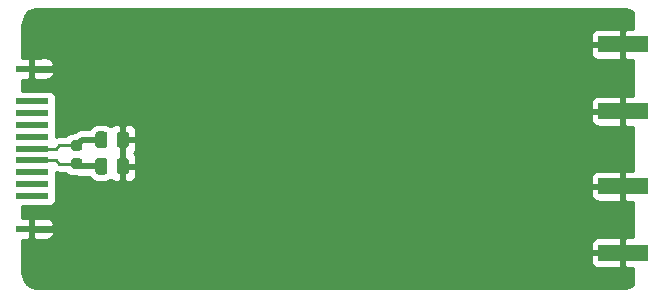
<source format=gbr>
%TF.GenerationSoftware,KiCad,Pcbnew,5.1.10-1.fc33*%
%TF.CreationDate,2021-10-10T15:03:15-05:00*%
%TF.ProjectId,serdes-rf-hdmi,73657264-6573-42d7-9266-2d68646d692e,B*%
%TF.SameCoordinates,Original*%
%TF.FileFunction,Copper,L4,Bot*%
%TF.FilePolarity,Positive*%
%FSLAX46Y46*%
G04 Gerber Fmt 4.6, Leading zero omitted, Abs format (unit mm)*
G04 Created by KiCad (PCBNEW 5.1.10-1.fc33) date 2021-10-10 15:03:15*
%MOMM*%
%LPD*%
G01*
G04 APERTURE LIST*
%TA.AperFunction,SMDPad,CuDef*%
%ADD10R,4.200000X1.350000*%
%TD*%
%TA.AperFunction,SMDPad,CuDef*%
%ADD11R,2.600000X0.600000*%
%TD*%
%TA.AperFunction,SMDPad,CuDef*%
%ADD12R,2.800000X0.500000*%
%TD*%
%TA.AperFunction,ViaPad*%
%ADD13C,0.800000*%
%TD*%
%TA.AperFunction,Conductor*%
%ADD14C,0.500000*%
%TD*%
%TA.AperFunction,Conductor*%
%ADD15C,0.250000*%
%TD*%
%TA.AperFunction,Conductor*%
%ADD16C,0.610000*%
%TD*%
%TA.AperFunction,Conductor*%
%ADD17C,0.254000*%
%TD*%
%TA.AperFunction,Conductor*%
%ADD18C,0.100000*%
%TD*%
G04 APERTURE END LIST*
%TO.P,C1,2*%
%TO.N,Net-(C1-Pad2)*%
%TA.AperFunction,SMDPad,CuDef*%
G36*
G01*
X123500000Y-85825000D02*
X124000000Y-85825000D01*
G75*
G02*
X124225000Y-86050000I0J-225000D01*
G01*
X124225000Y-86500000D01*
G75*
G02*
X124000000Y-86725000I-225000J0D01*
G01*
X123500000Y-86725000D01*
G75*
G02*
X123275000Y-86500000I0J225000D01*
G01*
X123275000Y-86050000D01*
G75*
G02*
X123500000Y-85825000I225000J0D01*
G01*
G37*
%TD.AperFunction*%
%TO.P,C1,1*%
%TO.N,Net-(C1-Pad1)*%
%TA.AperFunction,SMDPad,CuDef*%
G36*
G01*
X123500000Y-84275000D02*
X124000000Y-84275000D01*
G75*
G02*
X124225000Y-84500000I0J-225000D01*
G01*
X124225000Y-84950000D01*
G75*
G02*
X124000000Y-85175000I-225000J0D01*
G01*
X123500000Y-85175000D01*
G75*
G02*
X123275000Y-84950000I0J225000D01*
G01*
X123275000Y-84500000D01*
G75*
G02*
X123500000Y-84275000I225000J0D01*
G01*
G37*
%TD.AperFunction*%
%TD*%
D10*
%TO.P,J2,2*%
%TO.N,GND*%
X170000000Y-88175000D03*
X170000000Y-93825000D03*
%TD*%
%TO.P,R2,2*%
%TO.N,Net-(C1-Pad2)*%
%TA.AperFunction,SMDPad,CuDef*%
G36*
G01*
X126350000Y-86049998D02*
X126350000Y-86950002D01*
G75*
G02*
X126100002Y-87200000I-249998J0D01*
G01*
X125574998Y-87200000D01*
G75*
G02*
X125325000Y-86950002I0J249998D01*
G01*
X125325000Y-86049998D01*
G75*
G02*
X125574998Y-85800000I249998J0D01*
G01*
X126100002Y-85800000D01*
G75*
G02*
X126350000Y-86049998I0J-249998D01*
G01*
G37*
%TD.AperFunction*%
%TO.P,R2,1*%
%TO.N,GND*%
%TA.AperFunction,SMDPad,CuDef*%
G36*
G01*
X128175000Y-86049998D02*
X128175000Y-86950002D01*
G75*
G02*
X127925002Y-87200000I-249998J0D01*
G01*
X127399998Y-87200000D01*
G75*
G02*
X127150000Y-86950002I0J249998D01*
G01*
X127150000Y-86049998D01*
G75*
G02*
X127399998Y-85800000I249998J0D01*
G01*
X127925002Y-85800000D01*
G75*
G02*
X128175000Y-86049998I0J-249998D01*
G01*
G37*
%TD.AperFunction*%
%TD*%
%TO.P,R1,2*%
%TO.N,Net-(C1-Pad1)*%
%TA.AperFunction,SMDPad,CuDef*%
G36*
G01*
X126350000Y-83799998D02*
X126350000Y-84700002D01*
G75*
G02*
X126100002Y-84950000I-249998J0D01*
G01*
X125574998Y-84950000D01*
G75*
G02*
X125325000Y-84700002I0J249998D01*
G01*
X125325000Y-83799998D01*
G75*
G02*
X125574998Y-83550000I249998J0D01*
G01*
X126100002Y-83550000D01*
G75*
G02*
X126350000Y-83799998I0J-249998D01*
G01*
G37*
%TD.AperFunction*%
%TO.P,R1,1*%
%TO.N,GND*%
%TA.AperFunction,SMDPad,CuDef*%
G36*
G01*
X128175000Y-83799998D02*
X128175000Y-84700002D01*
G75*
G02*
X127925002Y-84950000I-249998J0D01*
G01*
X127399998Y-84950000D01*
G75*
G02*
X127150000Y-84700002I0J249998D01*
G01*
X127150000Y-83799998D01*
G75*
G02*
X127399998Y-83550000I249998J0D01*
G01*
X127925002Y-83550000D01*
G75*
G02*
X128175000Y-83799998I0J-249998D01*
G01*
G37*
%TD.AperFunction*%
%TD*%
%TO.P,J3,2*%
%TO.N,GND*%
X170000000Y-76175000D03*
X170000000Y-81825000D03*
%TD*%
D11*
%TO.P,J1,SH*%
%TO.N,GND*%
X119900000Y-91775000D03*
X119900000Y-78225000D03*
D12*
%TO.P,J1,18*%
%TO.N,Net-(J1-Pad18)*%
X120000000Y-89000000D03*
%TO.P,J1,16*%
%TO.N,Net-(J1-Pad16)*%
X120000000Y-88000000D03*
%TO.P,J1,14*%
%TO.N,Net-(J1-Pad14)*%
X120000000Y-87000000D03*
%TO.P,J1,12*%
%TO.N,Net-(C1-Pad2)*%
X120000000Y-86000000D03*
%TO.P,J1,10*%
%TO.N,Net-(C1-Pad1)*%
X120000000Y-85000000D03*
%TO.P,J1,8*%
%TO.N,Net-(J1-Pad8)*%
X120000000Y-84000000D03*
%TO.P,J1,6*%
%TO.N,Net-(J1-Pad6)*%
X120000000Y-83000000D03*
%TO.P,J1,4*%
%TO.N,Net-(J1-Pad4)*%
X120000000Y-82000000D03*
%TO.P,J1,2*%
%TO.N,Net-(J1-Pad2)*%
X120000000Y-81000000D03*
%TD*%
D13*
%TO.N,GND*%
X120000000Y-96000000D03*
X123000000Y-96000000D03*
X126000000Y-96000000D03*
X129000000Y-96000000D03*
X132000000Y-96000000D03*
X135000000Y-96000000D03*
X138000000Y-96000000D03*
X141000000Y-96000000D03*
X144000000Y-96000000D03*
X147000000Y-96000000D03*
X150000000Y-96000000D03*
X153000000Y-96000000D03*
X156000000Y-96000000D03*
X159000000Y-96000000D03*
X162000000Y-96000000D03*
X165000000Y-96000000D03*
X168000000Y-96000000D03*
X168000000Y-74000000D03*
X165000000Y-74000000D03*
X162000000Y-74000000D03*
X159000000Y-74000000D03*
X156000000Y-74000000D03*
X153000000Y-74000000D03*
X150000000Y-74000000D03*
X147000000Y-74000000D03*
X144000000Y-74000000D03*
X141000000Y-74000000D03*
X138000000Y-74000000D03*
X135000000Y-74000000D03*
X132000000Y-74000000D03*
X129000000Y-74000000D03*
X126000000Y-74000000D03*
X123000000Y-74000000D03*
X120000000Y-74000000D03*
X122500000Y-88500000D03*
X122500000Y-92000000D03*
X122500000Y-78000000D03*
X126000000Y-80000000D03*
X126000000Y-88500000D03*
X132000000Y-84000000D03*
X135000000Y-84000000D03*
X138000000Y-84000000D03*
X141000000Y-84000000D03*
X144000000Y-84000000D03*
X147000000Y-84000000D03*
X150000000Y-84000000D03*
X153000000Y-84000000D03*
X156000000Y-84000000D03*
X162000000Y-84000000D03*
X165000000Y-84000000D03*
X168000000Y-84000000D03*
%TD*%
D14*
%TO.N,Net-(C1-Pad1)*%
X124225000Y-84250000D02*
X123750000Y-84725000D01*
X125837500Y-84250000D02*
X124225000Y-84250000D01*
D15*
X123750000Y-84725000D02*
X122275000Y-84725000D01*
X122000000Y-85000000D02*
X120000000Y-85000000D01*
X122275000Y-84725000D02*
X122000000Y-85000000D01*
D16*
%TO.N,GND*%
X122275000Y-91775000D02*
X122500000Y-92000000D01*
X119900000Y-91775000D02*
X122275000Y-91775000D01*
X119900000Y-78225000D02*
X122275000Y-78225000D01*
X122275000Y-78225000D02*
X122500000Y-78000000D01*
D14*
X127662500Y-86500000D02*
X128000000Y-86500000D01*
X127662500Y-84250000D02*
X127750000Y-84250000D01*
%TO.N,Net-(C1-Pad2)*%
X123975000Y-86500000D02*
X123750000Y-86275000D01*
X125837500Y-86500000D02*
X123975000Y-86500000D01*
D15*
X123750000Y-86275000D02*
X122275000Y-86275000D01*
X122000000Y-86000000D02*
X120000000Y-86000000D01*
X122275000Y-86275000D02*
X122000000Y-86000000D01*
%TD*%
D17*
%TO.N,GND*%
X170259659Y-73188625D02*
X170509429Y-73264035D01*
X170739792Y-73386522D01*
X170873000Y-73495163D01*
X170873000Y-74864006D01*
X170285750Y-74865000D01*
X170127000Y-75023750D01*
X170127000Y-76048000D01*
X170147000Y-76048000D01*
X170147000Y-76302000D01*
X170127000Y-76302000D01*
X170127000Y-77326250D01*
X170285750Y-77485000D01*
X170873000Y-77485994D01*
X170873000Y-80514006D01*
X170285750Y-80515000D01*
X170127000Y-80673750D01*
X170127000Y-81698000D01*
X170147000Y-81698000D01*
X170147000Y-81952000D01*
X170127000Y-81952000D01*
X170127000Y-82976250D01*
X170285750Y-83135000D01*
X170873000Y-83135994D01*
X170873000Y-86864006D01*
X170285750Y-86865000D01*
X170127000Y-87023750D01*
X170127000Y-88048000D01*
X170147000Y-88048000D01*
X170147000Y-88302000D01*
X170127000Y-88302000D01*
X170127000Y-89326250D01*
X170285750Y-89485000D01*
X170873000Y-89485994D01*
X170873000Y-92514006D01*
X170285750Y-92515000D01*
X170127000Y-92673750D01*
X170127000Y-93698000D01*
X170147000Y-93698000D01*
X170147000Y-93952000D01*
X170127000Y-93952000D01*
X170127000Y-94976250D01*
X170285750Y-95135000D01*
X170873000Y-95135995D01*
X170873000Y-96504503D01*
X170747546Y-96608288D01*
X170518046Y-96732378D01*
X170268805Y-96809531D01*
X169978911Y-96840000D01*
X120532279Y-96840000D01*
X120240340Y-96811375D01*
X119990571Y-96735965D01*
X119760206Y-96613477D01*
X119558021Y-96448579D01*
X119391712Y-96247546D01*
X119267622Y-96018046D01*
X119190469Y-95768805D01*
X119160000Y-95478911D01*
X119160000Y-94500000D01*
X167261928Y-94500000D01*
X167274188Y-94624482D01*
X167310498Y-94744180D01*
X167369463Y-94854494D01*
X167448815Y-94951185D01*
X167545506Y-95030537D01*
X167655820Y-95089502D01*
X167775518Y-95125812D01*
X167900000Y-95138072D01*
X169714250Y-95135000D01*
X169873000Y-94976250D01*
X169873000Y-93952000D01*
X167423750Y-93952000D01*
X167265000Y-94110750D01*
X167261928Y-94500000D01*
X119160000Y-94500000D01*
X119160000Y-93150000D01*
X167261928Y-93150000D01*
X167265000Y-93539250D01*
X167423750Y-93698000D01*
X169873000Y-93698000D01*
X169873000Y-92673750D01*
X169714250Y-92515000D01*
X167900000Y-92511928D01*
X167775518Y-92524188D01*
X167655820Y-92560498D01*
X167545506Y-92619463D01*
X167448815Y-92698815D01*
X167369463Y-92795506D01*
X167310498Y-92905820D01*
X167274188Y-93025518D01*
X167261928Y-93150000D01*
X119160000Y-93150000D01*
X119160000Y-92711376D01*
X119614250Y-92710000D01*
X119773000Y-92551250D01*
X119773000Y-91902000D01*
X120027000Y-91902000D01*
X120027000Y-92551250D01*
X120185750Y-92710000D01*
X121200000Y-92713072D01*
X121324482Y-92700812D01*
X121444180Y-92664502D01*
X121554494Y-92605537D01*
X121651185Y-92526185D01*
X121730537Y-92429494D01*
X121789502Y-92319180D01*
X121825812Y-92199482D01*
X121838072Y-92075000D01*
X121835000Y-92060750D01*
X121676250Y-91902000D01*
X120027000Y-91902000D01*
X119773000Y-91902000D01*
X119753000Y-91902000D01*
X119753000Y-91648000D01*
X119773000Y-91648000D01*
X119773000Y-90998750D01*
X120027000Y-90998750D01*
X120027000Y-91648000D01*
X121676250Y-91648000D01*
X121835000Y-91489250D01*
X121838072Y-91475000D01*
X121825812Y-91350518D01*
X121789502Y-91230820D01*
X121730537Y-91120506D01*
X121651185Y-91023815D01*
X121554494Y-90944463D01*
X121444180Y-90885498D01*
X121324482Y-90849188D01*
X121200000Y-90836928D01*
X120185750Y-90840000D01*
X120027000Y-90998750D01*
X119773000Y-90998750D01*
X119614250Y-90840000D01*
X119160000Y-90838624D01*
X119160000Y-89888072D01*
X121400000Y-89888072D01*
X121524482Y-89875812D01*
X121644180Y-89839502D01*
X121754494Y-89780537D01*
X121851185Y-89701185D01*
X121930537Y-89604494D01*
X121989502Y-89494180D01*
X122025812Y-89374482D01*
X122038072Y-89250000D01*
X122038072Y-88850000D01*
X167261928Y-88850000D01*
X167274188Y-88974482D01*
X167310498Y-89094180D01*
X167369463Y-89204494D01*
X167448815Y-89301185D01*
X167545506Y-89380537D01*
X167655820Y-89439502D01*
X167775518Y-89475812D01*
X167900000Y-89488072D01*
X169714250Y-89485000D01*
X169873000Y-89326250D01*
X169873000Y-88302000D01*
X167423750Y-88302000D01*
X167265000Y-88460750D01*
X167261928Y-88850000D01*
X122038072Y-88850000D01*
X122038072Y-88750000D01*
X122025812Y-88625518D01*
X121989502Y-88505820D01*
X121986391Y-88500000D01*
X121989502Y-88494180D01*
X122025812Y-88374482D01*
X122038072Y-88250000D01*
X122038072Y-87750000D01*
X122025812Y-87625518D01*
X121989502Y-87505820D01*
X121986391Y-87500000D01*
X121989502Y-87494180D01*
X122025812Y-87374482D01*
X122038072Y-87250000D01*
X122038072Y-86997327D01*
X122126014Y-87024003D01*
X122237667Y-87035000D01*
X122237675Y-87035000D01*
X122275000Y-87038676D01*
X122312325Y-87035000D01*
X122827932Y-87035000D01*
X122889716Y-87110284D01*
X123020503Y-87217618D01*
X123169717Y-87297375D01*
X123331623Y-87346488D01*
X123500000Y-87363072D01*
X123771436Y-87363072D01*
X123801510Y-87372195D01*
X123931523Y-87385000D01*
X123931533Y-87385000D01*
X123974999Y-87389281D01*
X124018466Y-87385000D01*
X124805386Y-87385000D01*
X124836595Y-87443387D01*
X124947038Y-87577962D01*
X125081613Y-87688405D01*
X125235148Y-87770472D01*
X125401744Y-87821008D01*
X125574998Y-87838072D01*
X126100002Y-87838072D01*
X126273256Y-87821008D01*
X126439852Y-87770472D01*
X126593387Y-87688405D01*
X126674637Y-87621724D01*
X126698815Y-87651185D01*
X126795506Y-87730537D01*
X126905820Y-87789502D01*
X127025518Y-87825812D01*
X127150000Y-87838072D01*
X127376750Y-87835000D01*
X127535500Y-87676250D01*
X127535500Y-86627000D01*
X127789500Y-86627000D01*
X127789500Y-87676250D01*
X127948250Y-87835000D01*
X128175000Y-87838072D01*
X128299482Y-87825812D01*
X128419180Y-87789502D01*
X128529494Y-87730537D01*
X128626185Y-87651185D01*
X128705537Y-87554494D01*
X128734665Y-87500000D01*
X167261928Y-87500000D01*
X167265000Y-87889250D01*
X167423750Y-88048000D01*
X169873000Y-88048000D01*
X169873000Y-87023750D01*
X169714250Y-86865000D01*
X167900000Y-86861928D01*
X167775518Y-86874188D01*
X167655820Y-86910498D01*
X167545506Y-86969463D01*
X167448815Y-87048815D01*
X167369463Y-87145506D01*
X167310498Y-87255820D01*
X167274188Y-87375518D01*
X167261928Y-87500000D01*
X128734665Y-87500000D01*
X128764502Y-87444180D01*
X128800812Y-87324482D01*
X128813072Y-87200000D01*
X128810000Y-86785750D01*
X128651250Y-86627000D01*
X127789500Y-86627000D01*
X127535500Y-86627000D01*
X127515500Y-86627000D01*
X127515500Y-86373000D01*
X127535500Y-86373000D01*
X127535500Y-84377000D01*
X127789500Y-84377000D01*
X127789500Y-86373000D01*
X128651250Y-86373000D01*
X128810000Y-86214250D01*
X128813072Y-85800000D01*
X128800812Y-85675518D01*
X128764502Y-85555820D01*
X128705537Y-85445506D01*
X128647674Y-85375000D01*
X128705537Y-85304494D01*
X128764502Y-85194180D01*
X128800812Y-85074482D01*
X128813072Y-84950000D01*
X128810000Y-84535750D01*
X128651250Y-84377000D01*
X127789500Y-84377000D01*
X127535500Y-84377000D01*
X127515500Y-84377000D01*
X127515500Y-84123000D01*
X127535500Y-84123000D01*
X127535500Y-83073750D01*
X127789500Y-83073750D01*
X127789500Y-84123000D01*
X128651250Y-84123000D01*
X128810000Y-83964250D01*
X128813072Y-83550000D01*
X128800812Y-83425518D01*
X128764502Y-83305820D01*
X128705537Y-83195506D01*
X128626185Y-83098815D01*
X128529494Y-83019463D01*
X128419180Y-82960498D01*
X128299482Y-82924188D01*
X128175000Y-82911928D01*
X127948250Y-82915000D01*
X127789500Y-83073750D01*
X127535500Y-83073750D01*
X127376750Y-82915000D01*
X127150000Y-82911928D01*
X127025518Y-82924188D01*
X126905820Y-82960498D01*
X126795506Y-83019463D01*
X126698815Y-83098815D01*
X126674637Y-83128276D01*
X126593387Y-83061595D01*
X126439852Y-82979528D01*
X126273256Y-82928992D01*
X126100002Y-82911928D01*
X125574998Y-82911928D01*
X125401744Y-82928992D01*
X125235148Y-82979528D01*
X125081613Y-83061595D01*
X124947038Y-83172038D01*
X124836595Y-83306613D01*
X124805386Y-83365000D01*
X124268465Y-83365000D01*
X124224999Y-83360719D01*
X124181533Y-83365000D01*
X124181523Y-83365000D01*
X124051510Y-83377805D01*
X123884687Y-83428411D01*
X123730941Y-83510589D01*
X123596183Y-83621183D01*
X123583261Y-83636928D01*
X123500000Y-83636928D01*
X123331623Y-83653512D01*
X123169717Y-83702625D01*
X123020503Y-83782382D01*
X122889716Y-83889716D01*
X122827932Y-83965000D01*
X122312325Y-83965000D01*
X122275000Y-83961324D01*
X122237675Y-83965000D01*
X122237667Y-83965000D01*
X122126014Y-83975997D01*
X122038072Y-84002673D01*
X122038072Y-83750000D01*
X122025812Y-83625518D01*
X121989502Y-83505820D01*
X121986391Y-83500000D01*
X121989502Y-83494180D01*
X122025812Y-83374482D01*
X122038072Y-83250000D01*
X122038072Y-82750000D01*
X122025812Y-82625518D01*
X121989502Y-82505820D01*
X121986391Y-82500000D01*
X167261928Y-82500000D01*
X167274188Y-82624482D01*
X167310498Y-82744180D01*
X167369463Y-82854494D01*
X167448815Y-82951185D01*
X167545506Y-83030537D01*
X167655820Y-83089502D01*
X167775518Y-83125812D01*
X167900000Y-83138072D01*
X169714250Y-83135000D01*
X169873000Y-82976250D01*
X169873000Y-81952000D01*
X167423750Y-81952000D01*
X167265000Y-82110750D01*
X167261928Y-82500000D01*
X121986391Y-82500000D01*
X121989502Y-82494180D01*
X122025812Y-82374482D01*
X122038072Y-82250000D01*
X122038072Y-81750000D01*
X122025812Y-81625518D01*
X121989502Y-81505820D01*
X121986391Y-81500000D01*
X121989502Y-81494180D01*
X122025812Y-81374482D01*
X122038072Y-81250000D01*
X122038072Y-81150000D01*
X167261928Y-81150000D01*
X167265000Y-81539250D01*
X167423750Y-81698000D01*
X169873000Y-81698000D01*
X169873000Y-80673750D01*
X169714250Y-80515000D01*
X167900000Y-80511928D01*
X167775518Y-80524188D01*
X167655820Y-80560498D01*
X167545506Y-80619463D01*
X167448815Y-80698815D01*
X167369463Y-80795506D01*
X167310498Y-80905820D01*
X167274188Y-81025518D01*
X167261928Y-81150000D01*
X122038072Y-81150000D01*
X122038072Y-80750000D01*
X122025812Y-80625518D01*
X121989502Y-80505820D01*
X121930537Y-80395506D01*
X121851185Y-80298815D01*
X121754494Y-80219463D01*
X121644180Y-80160498D01*
X121524482Y-80124188D01*
X121400000Y-80111928D01*
X119160000Y-80111928D01*
X119160000Y-79161376D01*
X119614250Y-79160000D01*
X119773000Y-79001250D01*
X119773000Y-78352000D01*
X120027000Y-78352000D01*
X120027000Y-79001250D01*
X120185750Y-79160000D01*
X121200000Y-79163072D01*
X121324482Y-79150812D01*
X121444180Y-79114502D01*
X121554494Y-79055537D01*
X121651185Y-78976185D01*
X121730537Y-78879494D01*
X121789502Y-78769180D01*
X121825812Y-78649482D01*
X121838072Y-78525000D01*
X121835000Y-78510750D01*
X121676250Y-78352000D01*
X120027000Y-78352000D01*
X119773000Y-78352000D01*
X119753000Y-78352000D01*
X119753000Y-78098000D01*
X119773000Y-78098000D01*
X119773000Y-77448750D01*
X120027000Y-77448750D01*
X120027000Y-78098000D01*
X121676250Y-78098000D01*
X121835000Y-77939250D01*
X121838072Y-77925000D01*
X121825812Y-77800518D01*
X121789502Y-77680820D01*
X121730537Y-77570506D01*
X121651185Y-77473815D01*
X121554494Y-77394463D01*
X121444180Y-77335498D01*
X121324482Y-77299188D01*
X121200000Y-77286928D01*
X120185750Y-77290000D01*
X120027000Y-77448750D01*
X119773000Y-77448750D01*
X119614250Y-77290000D01*
X119160000Y-77288624D01*
X119160000Y-76850000D01*
X167261928Y-76850000D01*
X167274188Y-76974482D01*
X167310498Y-77094180D01*
X167369463Y-77204494D01*
X167448815Y-77301185D01*
X167545506Y-77380537D01*
X167655820Y-77439502D01*
X167775518Y-77475812D01*
X167900000Y-77488072D01*
X169714250Y-77485000D01*
X169873000Y-77326250D01*
X169873000Y-76302000D01*
X167423750Y-76302000D01*
X167265000Y-76460750D01*
X167261928Y-76850000D01*
X119160000Y-76850000D01*
X119160000Y-75500000D01*
X167261928Y-75500000D01*
X167265000Y-75889250D01*
X167423750Y-76048000D01*
X169873000Y-76048000D01*
X169873000Y-75023750D01*
X169714250Y-74865000D01*
X167900000Y-74861928D01*
X167775518Y-74874188D01*
X167655820Y-74910498D01*
X167545506Y-74969463D01*
X167448815Y-75048815D01*
X167369463Y-75145506D01*
X167310498Y-75255820D01*
X167274188Y-75375518D01*
X167261928Y-75500000D01*
X119160000Y-75500000D01*
X119160000Y-74532279D01*
X119188625Y-74240341D01*
X119264035Y-73990571D01*
X119386522Y-73760208D01*
X119551422Y-73558020D01*
X119752450Y-73391714D01*
X119981954Y-73267622D01*
X120231195Y-73190469D01*
X120521088Y-73160000D01*
X169967721Y-73160000D01*
X170259659Y-73188625D01*
%TA.AperFunction,Conductor*%
D18*
G36*
X170259659Y-73188625D02*
G01*
X170509429Y-73264035D01*
X170739792Y-73386522D01*
X170873000Y-73495163D01*
X170873000Y-74864006D01*
X170285750Y-74865000D01*
X170127000Y-75023750D01*
X170127000Y-76048000D01*
X170147000Y-76048000D01*
X170147000Y-76302000D01*
X170127000Y-76302000D01*
X170127000Y-77326250D01*
X170285750Y-77485000D01*
X170873000Y-77485994D01*
X170873000Y-80514006D01*
X170285750Y-80515000D01*
X170127000Y-80673750D01*
X170127000Y-81698000D01*
X170147000Y-81698000D01*
X170147000Y-81952000D01*
X170127000Y-81952000D01*
X170127000Y-82976250D01*
X170285750Y-83135000D01*
X170873000Y-83135994D01*
X170873000Y-86864006D01*
X170285750Y-86865000D01*
X170127000Y-87023750D01*
X170127000Y-88048000D01*
X170147000Y-88048000D01*
X170147000Y-88302000D01*
X170127000Y-88302000D01*
X170127000Y-89326250D01*
X170285750Y-89485000D01*
X170873000Y-89485994D01*
X170873000Y-92514006D01*
X170285750Y-92515000D01*
X170127000Y-92673750D01*
X170127000Y-93698000D01*
X170147000Y-93698000D01*
X170147000Y-93952000D01*
X170127000Y-93952000D01*
X170127000Y-94976250D01*
X170285750Y-95135000D01*
X170873000Y-95135995D01*
X170873000Y-96504503D01*
X170747546Y-96608288D01*
X170518046Y-96732378D01*
X170268805Y-96809531D01*
X169978911Y-96840000D01*
X120532279Y-96840000D01*
X120240340Y-96811375D01*
X119990571Y-96735965D01*
X119760206Y-96613477D01*
X119558021Y-96448579D01*
X119391712Y-96247546D01*
X119267622Y-96018046D01*
X119190469Y-95768805D01*
X119160000Y-95478911D01*
X119160000Y-94500000D01*
X167261928Y-94500000D01*
X167274188Y-94624482D01*
X167310498Y-94744180D01*
X167369463Y-94854494D01*
X167448815Y-94951185D01*
X167545506Y-95030537D01*
X167655820Y-95089502D01*
X167775518Y-95125812D01*
X167900000Y-95138072D01*
X169714250Y-95135000D01*
X169873000Y-94976250D01*
X169873000Y-93952000D01*
X167423750Y-93952000D01*
X167265000Y-94110750D01*
X167261928Y-94500000D01*
X119160000Y-94500000D01*
X119160000Y-93150000D01*
X167261928Y-93150000D01*
X167265000Y-93539250D01*
X167423750Y-93698000D01*
X169873000Y-93698000D01*
X169873000Y-92673750D01*
X169714250Y-92515000D01*
X167900000Y-92511928D01*
X167775518Y-92524188D01*
X167655820Y-92560498D01*
X167545506Y-92619463D01*
X167448815Y-92698815D01*
X167369463Y-92795506D01*
X167310498Y-92905820D01*
X167274188Y-93025518D01*
X167261928Y-93150000D01*
X119160000Y-93150000D01*
X119160000Y-92711376D01*
X119614250Y-92710000D01*
X119773000Y-92551250D01*
X119773000Y-91902000D01*
X120027000Y-91902000D01*
X120027000Y-92551250D01*
X120185750Y-92710000D01*
X121200000Y-92713072D01*
X121324482Y-92700812D01*
X121444180Y-92664502D01*
X121554494Y-92605537D01*
X121651185Y-92526185D01*
X121730537Y-92429494D01*
X121789502Y-92319180D01*
X121825812Y-92199482D01*
X121838072Y-92075000D01*
X121835000Y-92060750D01*
X121676250Y-91902000D01*
X120027000Y-91902000D01*
X119773000Y-91902000D01*
X119753000Y-91902000D01*
X119753000Y-91648000D01*
X119773000Y-91648000D01*
X119773000Y-90998750D01*
X120027000Y-90998750D01*
X120027000Y-91648000D01*
X121676250Y-91648000D01*
X121835000Y-91489250D01*
X121838072Y-91475000D01*
X121825812Y-91350518D01*
X121789502Y-91230820D01*
X121730537Y-91120506D01*
X121651185Y-91023815D01*
X121554494Y-90944463D01*
X121444180Y-90885498D01*
X121324482Y-90849188D01*
X121200000Y-90836928D01*
X120185750Y-90840000D01*
X120027000Y-90998750D01*
X119773000Y-90998750D01*
X119614250Y-90840000D01*
X119160000Y-90838624D01*
X119160000Y-89888072D01*
X121400000Y-89888072D01*
X121524482Y-89875812D01*
X121644180Y-89839502D01*
X121754494Y-89780537D01*
X121851185Y-89701185D01*
X121930537Y-89604494D01*
X121989502Y-89494180D01*
X122025812Y-89374482D01*
X122038072Y-89250000D01*
X122038072Y-88850000D01*
X167261928Y-88850000D01*
X167274188Y-88974482D01*
X167310498Y-89094180D01*
X167369463Y-89204494D01*
X167448815Y-89301185D01*
X167545506Y-89380537D01*
X167655820Y-89439502D01*
X167775518Y-89475812D01*
X167900000Y-89488072D01*
X169714250Y-89485000D01*
X169873000Y-89326250D01*
X169873000Y-88302000D01*
X167423750Y-88302000D01*
X167265000Y-88460750D01*
X167261928Y-88850000D01*
X122038072Y-88850000D01*
X122038072Y-88750000D01*
X122025812Y-88625518D01*
X121989502Y-88505820D01*
X121986391Y-88500000D01*
X121989502Y-88494180D01*
X122025812Y-88374482D01*
X122038072Y-88250000D01*
X122038072Y-87750000D01*
X122025812Y-87625518D01*
X121989502Y-87505820D01*
X121986391Y-87500000D01*
X121989502Y-87494180D01*
X122025812Y-87374482D01*
X122038072Y-87250000D01*
X122038072Y-86997327D01*
X122126014Y-87024003D01*
X122237667Y-87035000D01*
X122237675Y-87035000D01*
X122275000Y-87038676D01*
X122312325Y-87035000D01*
X122827932Y-87035000D01*
X122889716Y-87110284D01*
X123020503Y-87217618D01*
X123169717Y-87297375D01*
X123331623Y-87346488D01*
X123500000Y-87363072D01*
X123771436Y-87363072D01*
X123801510Y-87372195D01*
X123931523Y-87385000D01*
X123931533Y-87385000D01*
X123974999Y-87389281D01*
X124018466Y-87385000D01*
X124805386Y-87385000D01*
X124836595Y-87443387D01*
X124947038Y-87577962D01*
X125081613Y-87688405D01*
X125235148Y-87770472D01*
X125401744Y-87821008D01*
X125574998Y-87838072D01*
X126100002Y-87838072D01*
X126273256Y-87821008D01*
X126439852Y-87770472D01*
X126593387Y-87688405D01*
X126674637Y-87621724D01*
X126698815Y-87651185D01*
X126795506Y-87730537D01*
X126905820Y-87789502D01*
X127025518Y-87825812D01*
X127150000Y-87838072D01*
X127376750Y-87835000D01*
X127535500Y-87676250D01*
X127535500Y-86627000D01*
X127789500Y-86627000D01*
X127789500Y-87676250D01*
X127948250Y-87835000D01*
X128175000Y-87838072D01*
X128299482Y-87825812D01*
X128419180Y-87789502D01*
X128529494Y-87730537D01*
X128626185Y-87651185D01*
X128705537Y-87554494D01*
X128734665Y-87500000D01*
X167261928Y-87500000D01*
X167265000Y-87889250D01*
X167423750Y-88048000D01*
X169873000Y-88048000D01*
X169873000Y-87023750D01*
X169714250Y-86865000D01*
X167900000Y-86861928D01*
X167775518Y-86874188D01*
X167655820Y-86910498D01*
X167545506Y-86969463D01*
X167448815Y-87048815D01*
X167369463Y-87145506D01*
X167310498Y-87255820D01*
X167274188Y-87375518D01*
X167261928Y-87500000D01*
X128734665Y-87500000D01*
X128764502Y-87444180D01*
X128800812Y-87324482D01*
X128813072Y-87200000D01*
X128810000Y-86785750D01*
X128651250Y-86627000D01*
X127789500Y-86627000D01*
X127535500Y-86627000D01*
X127515500Y-86627000D01*
X127515500Y-86373000D01*
X127535500Y-86373000D01*
X127535500Y-84377000D01*
X127789500Y-84377000D01*
X127789500Y-86373000D01*
X128651250Y-86373000D01*
X128810000Y-86214250D01*
X128813072Y-85800000D01*
X128800812Y-85675518D01*
X128764502Y-85555820D01*
X128705537Y-85445506D01*
X128647674Y-85375000D01*
X128705537Y-85304494D01*
X128764502Y-85194180D01*
X128800812Y-85074482D01*
X128813072Y-84950000D01*
X128810000Y-84535750D01*
X128651250Y-84377000D01*
X127789500Y-84377000D01*
X127535500Y-84377000D01*
X127515500Y-84377000D01*
X127515500Y-84123000D01*
X127535500Y-84123000D01*
X127535500Y-83073750D01*
X127789500Y-83073750D01*
X127789500Y-84123000D01*
X128651250Y-84123000D01*
X128810000Y-83964250D01*
X128813072Y-83550000D01*
X128800812Y-83425518D01*
X128764502Y-83305820D01*
X128705537Y-83195506D01*
X128626185Y-83098815D01*
X128529494Y-83019463D01*
X128419180Y-82960498D01*
X128299482Y-82924188D01*
X128175000Y-82911928D01*
X127948250Y-82915000D01*
X127789500Y-83073750D01*
X127535500Y-83073750D01*
X127376750Y-82915000D01*
X127150000Y-82911928D01*
X127025518Y-82924188D01*
X126905820Y-82960498D01*
X126795506Y-83019463D01*
X126698815Y-83098815D01*
X126674637Y-83128276D01*
X126593387Y-83061595D01*
X126439852Y-82979528D01*
X126273256Y-82928992D01*
X126100002Y-82911928D01*
X125574998Y-82911928D01*
X125401744Y-82928992D01*
X125235148Y-82979528D01*
X125081613Y-83061595D01*
X124947038Y-83172038D01*
X124836595Y-83306613D01*
X124805386Y-83365000D01*
X124268465Y-83365000D01*
X124224999Y-83360719D01*
X124181533Y-83365000D01*
X124181523Y-83365000D01*
X124051510Y-83377805D01*
X123884687Y-83428411D01*
X123730941Y-83510589D01*
X123596183Y-83621183D01*
X123583261Y-83636928D01*
X123500000Y-83636928D01*
X123331623Y-83653512D01*
X123169717Y-83702625D01*
X123020503Y-83782382D01*
X122889716Y-83889716D01*
X122827932Y-83965000D01*
X122312325Y-83965000D01*
X122275000Y-83961324D01*
X122237675Y-83965000D01*
X122237667Y-83965000D01*
X122126014Y-83975997D01*
X122038072Y-84002673D01*
X122038072Y-83750000D01*
X122025812Y-83625518D01*
X121989502Y-83505820D01*
X121986391Y-83500000D01*
X121989502Y-83494180D01*
X122025812Y-83374482D01*
X122038072Y-83250000D01*
X122038072Y-82750000D01*
X122025812Y-82625518D01*
X121989502Y-82505820D01*
X121986391Y-82500000D01*
X167261928Y-82500000D01*
X167274188Y-82624482D01*
X167310498Y-82744180D01*
X167369463Y-82854494D01*
X167448815Y-82951185D01*
X167545506Y-83030537D01*
X167655820Y-83089502D01*
X167775518Y-83125812D01*
X167900000Y-83138072D01*
X169714250Y-83135000D01*
X169873000Y-82976250D01*
X169873000Y-81952000D01*
X167423750Y-81952000D01*
X167265000Y-82110750D01*
X167261928Y-82500000D01*
X121986391Y-82500000D01*
X121989502Y-82494180D01*
X122025812Y-82374482D01*
X122038072Y-82250000D01*
X122038072Y-81750000D01*
X122025812Y-81625518D01*
X121989502Y-81505820D01*
X121986391Y-81500000D01*
X121989502Y-81494180D01*
X122025812Y-81374482D01*
X122038072Y-81250000D01*
X122038072Y-81150000D01*
X167261928Y-81150000D01*
X167265000Y-81539250D01*
X167423750Y-81698000D01*
X169873000Y-81698000D01*
X169873000Y-80673750D01*
X169714250Y-80515000D01*
X167900000Y-80511928D01*
X167775518Y-80524188D01*
X167655820Y-80560498D01*
X167545506Y-80619463D01*
X167448815Y-80698815D01*
X167369463Y-80795506D01*
X167310498Y-80905820D01*
X167274188Y-81025518D01*
X167261928Y-81150000D01*
X122038072Y-81150000D01*
X122038072Y-80750000D01*
X122025812Y-80625518D01*
X121989502Y-80505820D01*
X121930537Y-80395506D01*
X121851185Y-80298815D01*
X121754494Y-80219463D01*
X121644180Y-80160498D01*
X121524482Y-80124188D01*
X121400000Y-80111928D01*
X119160000Y-80111928D01*
X119160000Y-79161376D01*
X119614250Y-79160000D01*
X119773000Y-79001250D01*
X119773000Y-78352000D01*
X120027000Y-78352000D01*
X120027000Y-79001250D01*
X120185750Y-79160000D01*
X121200000Y-79163072D01*
X121324482Y-79150812D01*
X121444180Y-79114502D01*
X121554494Y-79055537D01*
X121651185Y-78976185D01*
X121730537Y-78879494D01*
X121789502Y-78769180D01*
X121825812Y-78649482D01*
X121838072Y-78525000D01*
X121835000Y-78510750D01*
X121676250Y-78352000D01*
X120027000Y-78352000D01*
X119773000Y-78352000D01*
X119753000Y-78352000D01*
X119753000Y-78098000D01*
X119773000Y-78098000D01*
X119773000Y-77448750D01*
X120027000Y-77448750D01*
X120027000Y-78098000D01*
X121676250Y-78098000D01*
X121835000Y-77939250D01*
X121838072Y-77925000D01*
X121825812Y-77800518D01*
X121789502Y-77680820D01*
X121730537Y-77570506D01*
X121651185Y-77473815D01*
X121554494Y-77394463D01*
X121444180Y-77335498D01*
X121324482Y-77299188D01*
X121200000Y-77286928D01*
X120185750Y-77290000D01*
X120027000Y-77448750D01*
X119773000Y-77448750D01*
X119614250Y-77290000D01*
X119160000Y-77288624D01*
X119160000Y-76850000D01*
X167261928Y-76850000D01*
X167274188Y-76974482D01*
X167310498Y-77094180D01*
X167369463Y-77204494D01*
X167448815Y-77301185D01*
X167545506Y-77380537D01*
X167655820Y-77439502D01*
X167775518Y-77475812D01*
X167900000Y-77488072D01*
X169714250Y-77485000D01*
X169873000Y-77326250D01*
X169873000Y-76302000D01*
X167423750Y-76302000D01*
X167265000Y-76460750D01*
X167261928Y-76850000D01*
X119160000Y-76850000D01*
X119160000Y-75500000D01*
X167261928Y-75500000D01*
X167265000Y-75889250D01*
X167423750Y-76048000D01*
X169873000Y-76048000D01*
X169873000Y-75023750D01*
X169714250Y-74865000D01*
X167900000Y-74861928D01*
X167775518Y-74874188D01*
X167655820Y-74910498D01*
X167545506Y-74969463D01*
X167448815Y-75048815D01*
X167369463Y-75145506D01*
X167310498Y-75255820D01*
X167274188Y-75375518D01*
X167261928Y-75500000D01*
X119160000Y-75500000D01*
X119160000Y-74532279D01*
X119188625Y-74240341D01*
X119264035Y-73990571D01*
X119386522Y-73760208D01*
X119551422Y-73558020D01*
X119752450Y-73391714D01*
X119981954Y-73267622D01*
X120231195Y-73190469D01*
X120521088Y-73160000D01*
X169967721Y-73160000D01*
X170259659Y-73188625D01*
G37*
%TD.AperFunction*%
%TD*%
M02*

</source>
